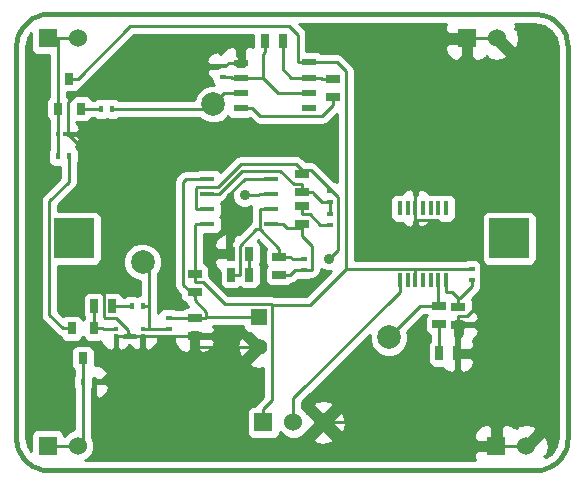
<source format=gtl>
G04 (created by PCBNEW-RS274X (2012-apr-16-27)-stable) date Sun 18 May 2014 21:07:07 BST*
G01*
G70*
G90*
%MOIN*%
G04 Gerber Fmt 3.4, Leading zero omitted, Abs format*
%FSLAX34Y34*%
G04 APERTURE LIST*
%ADD10C,0.006000*%
%ADD11C,0.015000*%
%ADD12R,0.027600X0.039400*%
%ADD13R,0.015700X0.047200*%
%ADD14R,0.047200X0.023600*%
%ADD15R,0.047200X0.015700*%
%ADD16R,0.060000X0.060000*%
%ADD17C,0.060000*%
%ADD18R,0.025000X0.045000*%
%ADD19R,0.045000X0.025000*%
%ADD20C,0.078700*%
%ADD21R,0.133900X0.133900*%
%ADD22R,0.023600X0.015700*%
%ADD23R,0.011800X0.015700*%
%ADD24R,0.015700X0.011800*%
%ADD25R,0.055000X0.055000*%
%ADD26C,0.055000*%
%ADD27R,0.015700X0.023600*%
%ADD28C,0.035000*%
%ADD29C,0.009800*%
%ADD30C,0.010000*%
G04 APERTURE END LIST*
G54D10*
G54D11*
X82168Y-42655D02*
X81900Y-42655D01*
X83261Y-28521D02*
X83261Y-28569D01*
X81887Y-27447D02*
X82174Y-27447D01*
X83264Y-28544D02*
X83264Y-41565D01*
X81890Y-27448D02*
X65975Y-27448D01*
X81890Y-42655D02*
X65975Y-42655D01*
X64882Y-41562D02*
X64882Y-28551D01*
X65964Y-27447D02*
X65870Y-27452D01*
X65776Y-27464D01*
X65684Y-27484D01*
X65594Y-27513D01*
X65507Y-27549D01*
X65423Y-27593D01*
X65343Y-27643D01*
X65268Y-27701D01*
X65199Y-27765D01*
X65135Y-27834D01*
X65077Y-27909D01*
X65027Y-27989D01*
X64983Y-28073D01*
X64947Y-28160D01*
X64918Y-28250D01*
X64898Y-28342D01*
X64886Y-28436D01*
X64881Y-28530D01*
X83262Y-28531D02*
X83257Y-28437D01*
X83245Y-28343D01*
X83225Y-28251D01*
X83196Y-28161D01*
X83160Y-28074D01*
X83116Y-27990D01*
X83066Y-27910D01*
X83008Y-27835D01*
X82944Y-27766D01*
X82875Y-27702D01*
X82800Y-27644D01*
X82720Y-27594D01*
X82636Y-27550D01*
X82549Y-27514D01*
X82459Y-27485D01*
X82367Y-27465D01*
X82273Y-27453D01*
X82179Y-27448D01*
X82181Y-42655D02*
X82275Y-42650D01*
X82369Y-42638D01*
X82461Y-42618D01*
X82551Y-42589D01*
X82638Y-42553D01*
X82722Y-42509D01*
X82802Y-42459D01*
X82877Y-42401D01*
X82946Y-42337D01*
X83010Y-42268D01*
X83068Y-42193D01*
X83118Y-42113D01*
X83162Y-42029D01*
X83198Y-41942D01*
X83227Y-41852D01*
X83247Y-41760D01*
X83259Y-41666D01*
X83264Y-41572D01*
X64882Y-41572D02*
X64887Y-41666D01*
X64899Y-41760D01*
X64919Y-41852D01*
X64948Y-41942D01*
X64984Y-42029D01*
X65028Y-42113D01*
X65078Y-42193D01*
X65136Y-42268D01*
X65200Y-42337D01*
X65269Y-42401D01*
X65344Y-42459D01*
X65424Y-42509D01*
X65508Y-42553D01*
X65595Y-42589D01*
X65685Y-42618D01*
X65777Y-42638D01*
X65871Y-42650D01*
X65965Y-42655D01*
G54D12*
X67106Y-38925D03*
X66731Y-37925D03*
X67481Y-37925D03*
X66654Y-29598D03*
X67029Y-30598D03*
X66279Y-30598D03*
G54D13*
X77676Y-36319D03*
X77932Y-36319D03*
X78188Y-36319D03*
X78443Y-36319D03*
X78700Y-36319D03*
X78956Y-36319D03*
X79212Y-36319D03*
X79212Y-33917D03*
X78956Y-33917D03*
X78700Y-33917D03*
X78444Y-33917D03*
X78188Y-33917D03*
X77932Y-33917D03*
X77676Y-33917D03*
G54D14*
X72362Y-29075D03*
X72362Y-29567D03*
X72362Y-30079D03*
X72362Y-30571D03*
X74646Y-30571D03*
X74646Y-30079D03*
X74646Y-29567D03*
X74646Y-29055D03*
G54D15*
X73385Y-34448D03*
X73385Y-33956D03*
X73385Y-33444D03*
X73385Y-32952D03*
X71259Y-32952D03*
X71259Y-33444D03*
X71259Y-33956D03*
X71259Y-34448D03*
G54D16*
X79912Y-28260D03*
G54D17*
X80912Y-28260D03*
G54D16*
X65932Y-28260D03*
G54D17*
X66932Y-28260D03*
G54D18*
X67476Y-37185D03*
X68076Y-37185D03*
X72654Y-35432D03*
X72054Y-35432D03*
G54D19*
X74409Y-34453D03*
X74409Y-33853D03*
G54D18*
X78991Y-38760D03*
X79591Y-38760D03*
X73765Y-28346D03*
X73165Y-28346D03*
G54D19*
X75453Y-29602D03*
X75453Y-30202D03*
X70827Y-36117D03*
X70827Y-36717D03*
X70827Y-37574D03*
X70827Y-38174D03*
G54D18*
X72054Y-36132D03*
X72654Y-36132D03*
G54D19*
X73642Y-35546D03*
X73642Y-36146D03*
X79625Y-37800D03*
X79625Y-37200D03*
X74409Y-33391D03*
X74409Y-32791D03*
X78976Y-37180D03*
X78976Y-37780D03*
G54D20*
X71437Y-30453D03*
X69094Y-35709D03*
X77303Y-38229D03*
G54D16*
X73122Y-41060D03*
G54D17*
X74122Y-41060D03*
X75122Y-41060D03*
G54D16*
X65932Y-41840D03*
G54D17*
X66932Y-41840D03*
G54D16*
X80892Y-41850D03*
G54D17*
X81892Y-41850D03*
G54D21*
X81312Y-34920D03*
X66812Y-34920D03*
G54D22*
X71772Y-29547D03*
X71772Y-29193D03*
G54D23*
X66280Y-31457D03*
X66516Y-31457D03*
G54D24*
X68209Y-37933D03*
X68209Y-38169D03*
G54D25*
X72972Y-37551D03*
G54D26*
X72972Y-38551D03*
G54D24*
X69094Y-37933D03*
X69094Y-38169D03*
G54D22*
X74469Y-35630D03*
X74469Y-35984D03*
X75335Y-33701D03*
X75335Y-33347D03*
G54D27*
X67717Y-30610D03*
X68071Y-30610D03*
X67106Y-39705D03*
X67460Y-39705D03*
X66280Y-32185D03*
X66634Y-32185D03*
X68740Y-37185D03*
X69094Y-37185D03*
G54D22*
X69980Y-37579D03*
X69980Y-37933D03*
X75335Y-34468D03*
X75335Y-34114D03*
X80079Y-35945D03*
X80079Y-36299D03*
G54D28*
X75298Y-35604D03*
X71403Y-35521D03*
X72506Y-33492D03*
G54D29*
X70827Y-34494D02*
X70873Y-34448D01*
X70827Y-36117D02*
X70827Y-34494D01*
X66654Y-29598D02*
X66942Y-29598D01*
X78188Y-36319D02*
X78188Y-35933D01*
X73404Y-37150D02*
X73377Y-37123D01*
X73377Y-37123D02*
X71833Y-37123D01*
X73122Y-40610D02*
X73404Y-40328D01*
X71102Y-36392D02*
X70827Y-36392D01*
X71833Y-37123D02*
X71102Y-36392D01*
X73404Y-40328D02*
X73404Y-37150D01*
X70827Y-36117D02*
X70827Y-36392D01*
X73122Y-41060D02*
X73122Y-40610D01*
X71259Y-34448D02*
X70873Y-34448D01*
X68678Y-27862D02*
X66942Y-29598D01*
X73990Y-27862D02*
X68678Y-27862D01*
X74260Y-28132D02*
X73990Y-27862D01*
X75881Y-35933D02*
X74664Y-37150D01*
X74664Y-37150D02*
X73404Y-37150D01*
X78188Y-35933D02*
X75881Y-35933D01*
X75881Y-35933D02*
X75881Y-29364D01*
X80079Y-35945D02*
X79811Y-35945D01*
X75572Y-29055D02*
X74646Y-29055D01*
X75881Y-29364D02*
X75572Y-29055D01*
X79811Y-35945D02*
X79799Y-35933D01*
X79799Y-35933D02*
X78188Y-35933D01*
X74646Y-29055D02*
X74260Y-29055D01*
X74260Y-29055D02*
X74260Y-28132D01*
X74122Y-40259D02*
X77676Y-36705D01*
X74122Y-41060D02*
X74122Y-40259D01*
X77676Y-36319D02*
X77676Y-36705D01*
X66280Y-32185D02*
X66280Y-31457D01*
X66280Y-30945D02*
X66279Y-30945D01*
X66280Y-31457D02*
X66280Y-30945D01*
X66279Y-30598D02*
X66279Y-30945D01*
X66279Y-30598D02*
X66279Y-30251D01*
X66279Y-28260D02*
X66279Y-30251D01*
X66932Y-28260D02*
X66279Y-28260D01*
X66279Y-28260D02*
X65932Y-28260D01*
X67106Y-38925D02*
X67106Y-39705D01*
X65932Y-41840D02*
X66382Y-41840D01*
X67106Y-41666D02*
X66932Y-41840D01*
X67106Y-39705D02*
X67106Y-41666D01*
X66932Y-41840D02*
X66382Y-41840D01*
X71280Y-30610D02*
X71437Y-30453D01*
X68071Y-30610D02*
X71280Y-30610D01*
X71811Y-30079D02*
X72362Y-30079D01*
X71437Y-30453D02*
X71811Y-30079D01*
X78352Y-37180D02*
X78956Y-37180D01*
X77303Y-38229D02*
X78352Y-37180D01*
X78956Y-37180D02*
X78976Y-37180D01*
X72362Y-32444D02*
X74200Y-32444D01*
X74699Y-32653D02*
X75335Y-33289D01*
X74409Y-32653D02*
X74699Y-32653D01*
X75604Y-35298D02*
X75298Y-35604D01*
X75604Y-33558D02*
X75604Y-35298D01*
X71598Y-33208D02*
X72362Y-32444D01*
X78956Y-37180D02*
X78956Y-36319D01*
X70873Y-33956D02*
X70873Y-33234D01*
X70873Y-33234D02*
X70899Y-33208D01*
X70899Y-33208D02*
X71598Y-33208D01*
X74200Y-32444D02*
X74409Y-32653D01*
X74409Y-32791D02*
X74409Y-32653D01*
X75335Y-33347D02*
X75335Y-33289D01*
X71259Y-33956D02*
X70873Y-33956D01*
X75335Y-33289D02*
X75604Y-33558D01*
X70447Y-38169D02*
X69094Y-38169D01*
X79591Y-38385D02*
X79625Y-38351D01*
X72362Y-29075D02*
X71976Y-29075D01*
X79591Y-38760D02*
X79591Y-41060D01*
X79591Y-38760D02*
X79591Y-38385D01*
X79625Y-38351D02*
X79625Y-37800D01*
X75122Y-41060D02*
X79591Y-41060D01*
X78188Y-33917D02*
X78188Y-33531D01*
X78188Y-33917D02*
X78188Y-34303D01*
X72054Y-35432D02*
X71917Y-35432D01*
X78188Y-33531D02*
X78188Y-30434D01*
X71690Y-35521D02*
X71779Y-35432D01*
X79591Y-41060D02*
X80381Y-41850D01*
X70452Y-38174D02*
X70447Y-38169D01*
X81892Y-41850D02*
X80892Y-41850D01*
X71917Y-35432D02*
X71779Y-35432D01*
X71858Y-29193D02*
X71976Y-29075D01*
X78188Y-30434D02*
X79912Y-28710D01*
X80912Y-28260D02*
X79912Y-28260D01*
X70827Y-38174D02*
X70452Y-38174D01*
X80381Y-41850D02*
X80892Y-41850D01*
X71772Y-29193D02*
X71858Y-29193D01*
X71403Y-35521D02*
X71690Y-35521D01*
X70929Y-38551D02*
X70827Y-38449D01*
X71917Y-35432D02*
X71917Y-33528D01*
X67800Y-37550D02*
X67800Y-32636D01*
X70827Y-38174D02*
X70827Y-38449D01*
X71917Y-33528D02*
X72493Y-32952D01*
X66516Y-31457D02*
X66621Y-31457D01*
X67814Y-29193D02*
X71772Y-29193D01*
X68604Y-38169D02*
X68209Y-38169D01*
X72972Y-38551D02*
X70929Y-38551D01*
X67460Y-39705D02*
X67689Y-39705D01*
X79625Y-37800D02*
X79625Y-37525D01*
X79912Y-28260D02*
X79912Y-28710D01*
X80361Y-35743D02*
X78921Y-34303D01*
X68203Y-37577D02*
X67827Y-37577D01*
X69094Y-38169D02*
X68604Y-38169D01*
X78921Y-34303D02*
X78188Y-34303D01*
X67800Y-32636D02*
X66621Y-31457D01*
X68209Y-38169D02*
X68209Y-39185D01*
X67827Y-37577D02*
X67800Y-37550D01*
X79900Y-37525D02*
X80361Y-37064D01*
X68604Y-37978D02*
X68203Y-37577D01*
X66621Y-31457D02*
X66621Y-30386D01*
X68604Y-38169D02*
X68604Y-37978D01*
X79625Y-37525D02*
X79900Y-37525D01*
X66621Y-30386D02*
X67814Y-29193D01*
X68209Y-39185D02*
X67689Y-39705D01*
X80361Y-37064D02*
X80361Y-35743D01*
X72493Y-32952D02*
X73385Y-32952D01*
X73165Y-28721D02*
X73107Y-28779D01*
X71772Y-29547D02*
X72040Y-29547D01*
X72040Y-29547D02*
X72060Y-29567D01*
X72060Y-29567D02*
X72362Y-29567D01*
X73107Y-28779D02*
X73107Y-29567D01*
X73165Y-28346D02*
X73165Y-28721D01*
X72362Y-29567D02*
X73107Y-29567D01*
X73619Y-30079D02*
X74646Y-30079D01*
X73107Y-29567D02*
X73619Y-30079D01*
X75067Y-29602D02*
X75032Y-29567D01*
X75453Y-29602D02*
X75067Y-29602D01*
X74646Y-29567D02*
X75032Y-29567D01*
X74055Y-29567D02*
X74646Y-29567D01*
X73765Y-29277D02*
X74055Y-29567D01*
X73765Y-28721D02*
X73765Y-29277D01*
X73765Y-28346D02*
X73765Y-28721D01*
X73016Y-30839D02*
X72748Y-30571D01*
X75091Y-30839D02*
X73016Y-30839D01*
X75453Y-30477D02*
X75091Y-30839D01*
X75453Y-30202D02*
X75453Y-30477D01*
X72362Y-30571D02*
X72748Y-30571D01*
X78976Y-38370D02*
X78991Y-38385D01*
X78976Y-37780D02*
X78976Y-38370D01*
X78991Y-38760D02*
X78991Y-38385D01*
X79682Y-36925D02*
X79625Y-36925D01*
X80079Y-36528D02*
X79682Y-36925D01*
X80079Y-36299D02*
X80079Y-36528D01*
X79625Y-37200D02*
X79625Y-36965D01*
X79625Y-36965D02*
X79625Y-36925D01*
X79405Y-36705D02*
X79212Y-36705D01*
X79625Y-36925D02*
X79405Y-36705D01*
X79212Y-36319D02*
X79212Y-36705D01*
X74409Y-33391D02*
X74409Y-33116D01*
X72420Y-32669D02*
X71645Y-33444D01*
X74409Y-33116D02*
X74134Y-33116D01*
X71259Y-33444D02*
X71645Y-33444D01*
X75067Y-33701D02*
X74784Y-33418D01*
X73687Y-32669D02*
X72420Y-32669D01*
X75335Y-34114D02*
X75335Y-33701D01*
X74784Y-33418D02*
X74784Y-33391D01*
X74409Y-33391D02*
X74784Y-33391D01*
X74134Y-33116D02*
X73687Y-32669D01*
X75335Y-33701D02*
X75067Y-33701D01*
X68740Y-37185D02*
X68076Y-37185D01*
X67777Y-37933D02*
X67769Y-37925D01*
X68209Y-37933D02*
X67777Y-37933D01*
X67481Y-37925D02*
X67769Y-37925D01*
X67476Y-37573D02*
X67481Y-37578D01*
X67476Y-37185D02*
X67476Y-37573D01*
X67481Y-37925D02*
X67481Y-37578D01*
X73642Y-35546D02*
X73642Y-35271D01*
X73385Y-33956D02*
X72999Y-33956D01*
X72883Y-34628D02*
X72999Y-34628D01*
X72329Y-36132D02*
X72329Y-35182D01*
X72329Y-35182D02*
X72883Y-34628D01*
X73642Y-35271D02*
X72999Y-34628D01*
X72054Y-36132D02*
X72329Y-36132D01*
X72999Y-34628D02*
X72999Y-33956D01*
X74101Y-35630D02*
X74017Y-35546D01*
X73642Y-35546D02*
X74017Y-35546D01*
X74469Y-35630D02*
X74101Y-35630D01*
X74684Y-34128D02*
X74409Y-34128D01*
X75024Y-34468D02*
X74684Y-34128D01*
X75335Y-34468D02*
X75024Y-34468D01*
X74409Y-33853D02*
X74409Y-34128D01*
X65992Y-33688D02*
X65992Y-37474D01*
X66634Y-33046D02*
X65992Y-33688D01*
X66731Y-37925D02*
X66443Y-37925D01*
X65992Y-37474D02*
X66443Y-37925D01*
X66634Y-32185D02*
X66634Y-33046D01*
X67329Y-30610D02*
X67317Y-30598D01*
X67717Y-30610D02*
X67329Y-30610D01*
X67029Y-30598D02*
X67317Y-30598D01*
X72654Y-36132D02*
X72654Y-35432D01*
X70827Y-36854D02*
X70827Y-36992D01*
X70447Y-37579D02*
X70452Y-37574D01*
X70827Y-36717D02*
X70827Y-36854D01*
X70827Y-37574D02*
X70452Y-37574D01*
X69980Y-37579D02*
X70447Y-37579D01*
X70827Y-37574D02*
X71202Y-37574D01*
X70531Y-32952D02*
X71259Y-32952D01*
X70448Y-33035D02*
X70531Y-32952D01*
X72972Y-37551D02*
X71225Y-37551D01*
X71225Y-37551D02*
X71225Y-37390D01*
X71225Y-37390D02*
X70827Y-36992D01*
X70827Y-36854D02*
X70448Y-36475D01*
X70448Y-36475D02*
X70448Y-33035D01*
X71225Y-37551D02*
X71202Y-37574D01*
X69094Y-37933D02*
X69323Y-37933D01*
X69094Y-37185D02*
X69323Y-37185D01*
X69323Y-37933D02*
X69980Y-37933D01*
X69323Y-37933D02*
X69323Y-37185D01*
X69323Y-35938D02*
X69094Y-35709D01*
X69323Y-37185D02*
X69323Y-35938D01*
X73385Y-33444D02*
X72999Y-33444D01*
X72952Y-33491D02*
X72506Y-33491D01*
X72506Y-33491D02*
X72506Y-33492D01*
X72999Y-33444D02*
X72952Y-33491D01*
X73642Y-36146D02*
X74017Y-36146D01*
X74179Y-35984D02*
X74469Y-35984D01*
X74017Y-36146D02*
X74179Y-35984D01*
X74469Y-35984D02*
X74737Y-35984D01*
X74409Y-34453D02*
X74409Y-34590D01*
X74409Y-34590D02*
X74409Y-34728D01*
X73913Y-34590D02*
X73771Y-34448D01*
X74409Y-34590D02*
X73913Y-34590D01*
X73385Y-34448D02*
X73771Y-34448D01*
X74737Y-35178D02*
X74737Y-35984D01*
X74409Y-34850D02*
X74737Y-35178D01*
X74409Y-34728D02*
X74409Y-34850D01*
G54D10*
G36*
X68870Y-38198D02*
X68683Y-38198D01*
X68651Y-38229D01*
X68620Y-38198D01*
X68433Y-38198D01*
X68491Y-38140D01*
X68620Y-38140D01*
X68651Y-38108D01*
X68683Y-38140D01*
X68812Y-38140D01*
X68870Y-38198D01*
X68870Y-38198D01*
G37*
G54D30*
X68870Y-38198D02*
X68683Y-38198D01*
X68651Y-38229D01*
X68620Y-38198D01*
X68433Y-38198D01*
X68491Y-38140D01*
X68620Y-38140D01*
X68651Y-38108D01*
X68683Y-38140D01*
X68812Y-38140D01*
X68870Y-38198D01*
G54D10*
G36*
X72791Y-28557D02*
X72686Y-28514D01*
X72590Y-28514D01*
X72480Y-28624D01*
X72480Y-29016D01*
X72509Y-29016D01*
X72509Y-29134D01*
X72480Y-29134D01*
X72480Y-29193D01*
X72244Y-29193D01*
X72244Y-29134D01*
X72243Y-29134D01*
X72334Y-29043D01*
X72333Y-29027D01*
X72266Y-28864D01*
X72244Y-28842D01*
X72244Y-28624D01*
X72134Y-28514D01*
X72038Y-28514D01*
X71875Y-28582D01*
X71750Y-28706D01*
X71713Y-28796D01*
X71713Y-28782D01*
X71603Y-28672D01*
X71566Y-28672D01*
X71403Y-28740D01*
X71278Y-28864D01*
X71211Y-29027D01*
X71210Y-29043D01*
X71321Y-29154D01*
X71682Y-29154D01*
X71682Y-29220D01*
X71605Y-29220D01*
X71575Y-29232D01*
X71321Y-29232D01*
X71210Y-29343D01*
X71211Y-29359D01*
X71278Y-29522D01*
X71403Y-29646D01*
X71405Y-29646D01*
X71405Y-29674D01*
X71443Y-29766D01*
X71487Y-29810D01*
X71310Y-29810D01*
X71074Y-29908D01*
X70893Y-30088D01*
X70799Y-30311D01*
X68320Y-30311D01*
X68290Y-30281D01*
X68199Y-30243D01*
X68100Y-30243D01*
X67944Y-30243D01*
X67894Y-30263D01*
X67845Y-30243D01*
X67746Y-30243D01*
X67590Y-30243D01*
X67498Y-30281D01*
X67468Y-30311D01*
X67399Y-30311D01*
X67378Y-30260D01*
X67308Y-30190D01*
X67217Y-30152D01*
X67118Y-30152D01*
X66842Y-30152D01*
X66750Y-30190D01*
X66680Y-30260D01*
X66653Y-30322D01*
X66628Y-30260D01*
X66578Y-30210D01*
X66578Y-30044D01*
X66841Y-30044D01*
X66933Y-30006D01*
X67003Y-29936D01*
X67026Y-29879D01*
X67037Y-29877D01*
X67056Y-29874D01*
X67057Y-29874D01*
X67153Y-29809D01*
X68801Y-28161D01*
X72791Y-28161D01*
X72791Y-28170D01*
X72791Y-28557D01*
X72791Y-28557D01*
G37*
G54D30*
X72791Y-28557D02*
X72686Y-28514D01*
X72590Y-28514D01*
X72480Y-28624D01*
X72480Y-29016D01*
X72509Y-29016D01*
X72509Y-29134D01*
X72480Y-29134D01*
X72480Y-29193D01*
X72244Y-29193D01*
X72244Y-29134D01*
X72243Y-29134D01*
X72334Y-29043D01*
X72333Y-29027D01*
X72266Y-28864D01*
X72244Y-28842D01*
X72244Y-28624D01*
X72134Y-28514D01*
X72038Y-28514D01*
X71875Y-28582D01*
X71750Y-28706D01*
X71713Y-28796D01*
X71713Y-28782D01*
X71603Y-28672D01*
X71566Y-28672D01*
X71403Y-28740D01*
X71278Y-28864D01*
X71211Y-29027D01*
X71210Y-29043D01*
X71321Y-29154D01*
X71682Y-29154D01*
X71682Y-29220D01*
X71605Y-29220D01*
X71575Y-29232D01*
X71321Y-29232D01*
X71210Y-29343D01*
X71211Y-29359D01*
X71278Y-29522D01*
X71403Y-29646D01*
X71405Y-29646D01*
X71405Y-29674D01*
X71443Y-29766D01*
X71487Y-29810D01*
X71310Y-29810D01*
X71074Y-29908D01*
X70893Y-30088D01*
X70799Y-30311D01*
X68320Y-30311D01*
X68290Y-30281D01*
X68199Y-30243D01*
X68100Y-30243D01*
X67944Y-30243D01*
X67894Y-30263D01*
X67845Y-30243D01*
X67746Y-30243D01*
X67590Y-30243D01*
X67498Y-30281D01*
X67468Y-30311D01*
X67399Y-30311D01*
X67378Y-30260D01*
X67308Y-30190D01*
X67217Y-30152D01*
X67118Y-30152D01*
X66842Y-30152D01*
X66750Y-30190D01*
X66680Y-30260D01*
X66653Y-30322D01*
X66628Y-30260D01*
X66578Y-30210D01*
X66578Y-30044D01*
X66841Y-30044D01*
X66933Y-30006D01*
X67003Y-29936D01*
X67026Y-29879D01*
X67037Y-29877D01*
X67056Y-29874D01*
X67057Y-29874D01*
X67153Y-29809D01*
X68801Y-28161D01*
X72791Y-28161D01*
X72791Y-28170D01*
X72791Y-28557D01*
G54D10*
G36*
X75363Y-36029D02*
X74541Y-36851D01*
X73497Y-36851D01*
X73492Y-36847D01*
X73472Y-36843D01*
X73377Y-36824D01*
X71956Y-36824D01*
X71313Y-36181D01*
X71301Y-36172D01*
X71301Y-35943D01*
X71263Y-35851D01*
X71193Y-35781D01*
X71126Y-35753D01*
X71126Y-34775D01*
X71544Y-34775D01*
X71636Y-34737D01*
X71706Y-34667D01*
X71744Y-34576D01*
X71744Y-34477D01*
X71744Y-34321D01*
X71706Y-34229D01*
X71679Y-34202D01*
X71706Y-34175D01*
X71744Y-34084D01*
X71744Y-33985D01*
X71744Y-33829D01*
X71706Y-33737D01*
X71700Y-33731D01*
X71740Y-33723D01*
X71759Y-33720D01*
X71760Y-33720D01*
X71856Y-33655D01*
X72081Y-33430D01*
X72081Y-33576D01*
X72145Y-33732D01*
X72265Y-33852D01*
X72421Y-33917D01*
X72590Y-33917D01*
X72718Y-33864D01*
X72700Y-33956D01*
X72700Y-34397D01*
X72671Y-34417D01*
X72307Y-34780D01*
X72267Y-34764D01*
X72227Y-34763D01*
X72116Y-34874D01*
X72116Y-34973D01*
X72053Y-35067D01*
X72049Y-35086D01*
X72030Y-35182D01*
X72030Y-35579D01*
X71992Y-35579D01*
X71992Y-35544D01*
X71992Y-35320D01*
X71992Y-34874D01*
X71881Y-34763D01*
X71841Y-34764D01*
X71678Y-34831D01*
X71554Y-34956D01*
X71486Y-35119D01*
X71486Y-35210D01*
X71596Y-35320D01*
X71992Y-35320D01*
X71992Y-35544D01*
X71596Y-35544D01*
X71486Y-35654D01*
X71486Y-35745D01*
X71554Y-35908D01*
X71678Y-36033D01*
X71680Y-36033D01*
X71680Y-36406D01*
X71718Y-36498D01*
X71788Y-36568D01*
X71879Y-36606D01*
X71978Y-36606D01*
X72228Y-36606D01*
X72320Y-36568D01*
X72354Y-36534D01*
X72388Y-36568D01*
X72479Y-36606D01*
X72578Y-36606D01*
X72828Y-36606D01*
X72920Y-36568D01*
X72990Y-36498D01*
X73028Y-36407D01*
X73028Y-36308D01*
X73028Y-35858D01*
X72996Y-35782D01*
X73028Y-35707D01*
X73028Y-35608D01*
X73028Y-35158D01*
X72990Y-35066D01*
X72928Y-35004D01*
X72941Y-34992D01*
X73217Y-35268D01*
X73206Y-35280D01*
X73168Y-35371D01*
X73168Y-35470D01*
X73168Y-35720D01*
X73206Y-35812D01*
X73240Y-35846D01*
X73206Y-35880D01*
X73168Y-35971D01*
X73168Y-36070D01*
X73168Y-36320D01*
X73206Y-36412D01*
X73276Y-36482D01*
X73367Y-36520D01*
X73466Y-36520D01*
X73916Y-36520D01*
X74008Y-36482D01*
X74052Y-36437D01*
X74112Y-36425D01*
X74131Y-36422D01*
X74132Y-36422D01*
X74228Y-36357D01*
X74281Y-36303D01*
X74301Y-36311D01*
X74400Y-36311D01*
X74636Y-36311D01*
X74703Y-36283D01*
X74737Y-36283D01*
X74851Y-36260D01*
X74948Y-36195D01*
X75013Y-36098D01*
X75036Y-35984D01*
X75036Y-35943D01*
X75057Y-35964D01*
X75213Y-36029D01*
X75363Y-36029D01*
X75363Y-36029D01*
G37*
G54D30*
X75363Y-36029D02*
X74541Y-36851D01*
X73497Y-36851D01*
X73492Y-36847D01*
X73472Y-36843D01*
X73377Y-36824D01*
X71956Y-36824D01*
X71313Y-36181D01*
X71301Y-36172D01*
X71301Y-35943D01*
X71263Y-35851D01*
X71193Y-35781D01*
X71126Y-35753D01*
X71126Y-34775D01*
X71544Y-34775D01*
X71636Y-34737D01*
X71706Y-34667D01*
X71744Y-34576D01*
X71744Y-34477D01*
X71744Y-34321D01*
X71706Y-34229D01*
X71679Y-34202D01*
X71706Y-34175D01*
X71744Y-34084D01*
X71744Y-33985D01*
X71744Y-33829D01*
X71706Y-33737D01*
X71700Y-33731D01*
X71740Y-33723D01*
X71759Y-33720D01*
X71760Y-33720D01*
X71856Y-33655D01*
X72081Y-33430D01*
X72081Y-33576D01*
X72145Y-33732D01*
X72265Y-33852D01*
X72421Y-33917D01*
X72590Y-33917D01*
X72718Y-33864D01*
X72700Y-33956D01*
X72700Y-34397D01*
X72671Y-34417D01*
X72307Y-34780D01*
X72267Y-34764D01*
X72227Y-34763D01*
X72116Y-34874D01*
X72116Y-34973D01*
X72053Y-35067D01*
X72049Y-35086D01*
X72030Y-35182D01*
X72030Y-35579D01*
X71992Y-35579D01*
X71992Y-35544D01*
X71992Y-35320D01*
X71992Y-34874D01*
X71881Y-34763D01*
X71841Y-34764D01*
X71678Y-34831D01*
X71554Y-34956D01*
X71486Y-35119D01*
X71486Y-35210D01*
X71596Y-35320D01*
X71992Y-35320D01*
X71992Y-35544D01*
X71596Y-35544D01*
X71486Y-35654D01*
X71486Y-35745D01*
X71554Y-35908D01*
X71678Y-36033D01*
X71680Y-36033D01*
X71680Y-36406D01*
X71718Y-36498D01*
X71788Y-36568D01*
X71879Y-36606D01*
X71978Y-36606D01*
X72228Y-36606D01*
X72320Y-36568D01*
X72354Y-36534D01*
X72388Y-36568D01*
X72479Y-36606D01*
X72578Y-36606D01*
X72828Y-36606D01*
X72920Y-36568D01*
X72990Y-36498D01*
X73028Y-36407D01*
X73028Y-36308D01*
X73028Y-35858D01*
X72996Y-35782D01*
X73028Y-35707D01*
X73028Y-35608D01*
X73028Y-35158D01*
X72990Y-35066D01*
X72928Y-35004D01*
X72941Y-34992D01*
X73217Y-35268D01*
X73206Y-35280D01*
X73168Y-35371D01*
X73168Y-35470D01*
X73168Y-35720D01*
X73206Y-35812D01*
X73240Y-35846D01*
X73206Y-35880D01*
X73168Y-35971D01*
X73168Y-36070D01*
X73168Y-36320D01*
X73206Y-36412D01*
X73276Y-36482D01*
X73367Y-36520D01*
X73466Y-36520D01*
X73916Y-36520D01*
X74008Y-36482D01*
X74052Y-36437D01*
X74112Y-36425D01*
X74131Y-36422D01*
X74132Y-36422D01*
X74228Y-36357D01*
X74281Y-36303D01*
X74301Y-36311D01*
X74400Y-36311D01*
X74636Y-36311D01*
X74703Y-36283D01*
X74737Y-36283D01*
X74851Y-36260D01*
X74948Y-36195D01*
X75013Y-36098D01*
X75036Y-35984D01*
X75036Y-35943D01*
X75057Y-35964D01*
X75213Y-36029D01*
X75363Y-36029D01*
G54D10*
G36*
X75582Y-33052D02*
X75503Y-33020D01*
X75488Y-33020D01*
X74910Y-32442D01*
X74814Y-32377D01*
X74794Y-32373D01*
X74699Y-32354D01*
X74532Y-32354D01*
X74411Y-32233D01*
X74315Y-32168D01*
X74295Y-32164D01*
X74200Y-32145D01*
X72362Y-32145D01*
X72248Y-32168D01*
X72215Y-32190D01*
X72150Y-32233D01*
X71678Y-32705D01*
X71636Y-32663D01*
X71545Y-32625D01*
X71446Y-32625D01*
X70974Y-32625D01*
X70906Y-32653D01*
X70531Y-32653D01*
X70435Y-32672D01*
X70416Y-32676D01*
X70319Y-32741D01*
X70237Y-32824D01*
X70172Y-32920D01*
X70168Y-32939D01*
X70149Y-33035D01*
X70149Y-36475D01*
X70168Y-36570D01*
X70172Y-36590D01*
X70237Y-36686D01*
X70353Y-36802D01*
X70353Y-36891D01*
X70391Y-36983D01*
X70461Y-37053D01*
X70547Y-37089D01*
X70551Y-37107D01*
X70613Y-37200D01*
X70553Y-37200D01*
X70461Y-37238D01*
X70419Y-37280D01*
X70215Y-37280D01*
X70148Y-37252D01*
X70049Y-37252D01*
X69813Y-37252D01*
X69721Y-37290D01*
X69651Y-37360D01*
X69622Y-37429D01*
X69622Y-37185D01*
X69622Y-36089D01*
X69638Y-36074D01*
X69737Y-35838D01*
X69737Y-35582D01*
X69639Y-35346D01*
X69459Y-35165D01*
X69223Y-35066D01*
X68967Y-35066D01*
X68731Y-35164D01*
X68550Y-35344D01*
X68451Y-35580D01*
X68451Y-35836D01*
X68549Y-36072D01*
X68729Y-36253D01*
X68965Y-36352D01*
X69024Y-36352D01*
X69024Y-36818D01*
X68967Y-36818D01*
X68917Y-36838D01*
X68868Y-36818D01*
X68769Y-36818D01*
X68613Y-36818D01*
X68521Y-36856D01*
X68491Y-36886D01*
X68439Y-36886D01*
X68412Y-36819D01*
X68342Y-36749D01*
X68251Y-36711D01*
X68152Y-36711D01*
X67902Y-36711D01*
X67810Y-36749D01*
X67776Y-36783D01*
X67742Y-36749D01*
X67651Y-36711D01*
X67552Y-36711D01*
X67302Y-36711D01*
X67210Y-36749D01*
X67140Y-36819D01*
X67102Y-36910D01*
X67102Y-37009D01*
X67102Y-37459D01*
X67140Y-37551D01*
X67154Y-37565D01*
X67132Y-37587D01*
X67105Y-37649D01*
X67080Y-37587D01*
X67010Y-37517D01*
X66919Y-37479D01*
X66820Y-37479D01*
X66544Y-37479D01*
X66455Y-37515D01*
X66291Y-37350D01*
X66291Y-35838D01*
X67530Y-35838D01*
X67622Y-35800D01*
X67692Y-35730D01*
X67730Y-35639D01*
X67730Y-35540D01*
X67730Y-34202D01*
X67692Y-34110D01*
X67622Y-34040D01*
X67531Y-34002D01*
X67432Y-34002D01*
X66291Y-34002D01*
X66291Y-33811D01*
X66845Y-33258D01*
X66845Y-33257D01*
X66887Y-33193D01*
X66909Y-33161D01*
X66910Y-33160D01*
X66932Y-33047D01*
X66933Y-33046D01*
X66933Y-32420D01*
X66961Y-32353D01*
X66961Y-32254D01*
X66961Y-32018D01*
X66923Y-31926D01*
X66866Y-31869D01*
X66950Y-31786D01*
X67018Y-31623D01*
X67018Y-31606D01*
X66908Y-31496D01*
X66588Y-31496D01*
X66588Y-31486D01*
X66588Y-31418D01*
X66908Y-31418D01*
X67018Y-31308D01*
X67018Y-31291D01*
X66950Y-31128D01*
X66866Y-31044D01*
X66940Y-31044D01*
X67216Y-31044D01*
X67308Y-31006D01*
X67378Y-30936D01*
X67389Y-30909D01*
X67468Y-30909D01*
X67498Y-30939D01*
X67589Y-30977D01*
X67688Y-30977D01*
X67844Y-30977D01*
X67893Y-30956D01*
X67943Y-30977D01*
X68042Y-30977D01*
X68198Y-30977D01*
X68290Y-30939D01*
X68320Y-30909D01*
X70984Y-30909D01*
X71072Y-30997D01*
X71308Y-31096D01*
X71564Y-31096D01*
X71800Y-30998D01*
X71941Y-30856D01*
X71985Y-30900D01*
X72076Y-30938D01*
X72175Y-30938D01*
X72647Y-30938D01*
X72679Y-30924D01*
X72805Y-31050D01*
X72901Y-31115D01*
X72902Y-31115D01*
X72920Y-31118D01*
X73016Y-31138D01*
X75091Y-31138D01*
X75091Y-31137D01*
X75186Y-31118D01*
X75205Y-31115D01*
X75206Y-31115D01*
X75302Y-31050D01*
X75582Y-30770D01*
X75582Y-33052D01*
X75582Y-33052D01*
G37*
G54D30*
X75582Y-33052D02*
X75503Y-33020D01*
X75488Y-33020D01*
X74910Y-32442D01*
X74814Y-32377D01*
X74794Y-32373D01*
X74699Y-32354D01*
X74532Y-32354D01*
X74411Y-32233D01*
X74315Y-32168D01*
X74295Y-32164D01*
X74200Y-32145D01*
X72362Y-32145D01*
X72248Y-32168D01*
X72215Y-32190D01*
X72150Y-32233D01*
X71678Y-32705D01*
X71636Y-32663D01*
X71545Y-32625D01*
X71446Y-32625D01*
X70974Y-32625D01*
X70906Y-32653D01*
X70531Y-32653D01*
X70435Y-32672D01*
X70416Y-32676D01*
X70319Y-32741D01*
X70237Y-32824D01*
X70172Y-32920D01*
X70168Y-32939D01*
X70149Y-33035D01*
X70149Y-36475D01*
X70168Y-36570D01*
X70172Y-36590D01*
X70237Y-36686D01*
X70353Y-36802D01*
X70353Y-36891D01*
X70391Y-36983D01*
X70461Y-37053D01*
X70547Y-37089D01*
X70551Y-37107D01*
X70613Y-37200D01*
X70553Y-37200D01*
X70461Y-37238D01*
X70419Y-37280D01*
X70215Y-37280D01*
X70148Y-37252D01*
X70049Y-37252D01*
X69813Y-37252D01*
X69721Y-37290D01*
X69651Y-37360D01*
X69622Y-37429D01*
X69622Y-37185D01*
X69622Y-36089D01*
X69638Y-36074D01*
X69737Y-35838D01*
X69737Y-35582D01*
X69639Y-35346D01*
X69459Y-35165D01*
X69223Y-35066D01*
X68967Y-35066D01*
X68731Y-35164D01*
X68550Y-35344D01*
X68451Y-35580D01*
X68451Y-35836D01*
X68549Y-36072D01*
X68729Y-36253D01*
X68965Y-36352D01*
X69024Y-36352D01*
X69024Y-36818D01*
X68967Y-36818D01*
X68917Y-36838D01*
X68868Y-36818D01*
X68769Y-36818D01*
X68613Y-36818D01*
X68521Y-36856D01*
X68491Y-36886D01*
X68439Y-36886D01*
X68412Y-36819D01*
X68342Y-36749D01*
X68251Y-36711D01*
X68152Y-36711D01*
X67902Y-36711D01*
X67810Y-36749D01*
X67776Y-36783D01*
X67742Y-36749D01*
X67651Y-36711D01*
X67552Y-36711D01*
X67302Y-36711D01*
X67210Y-36749D01*
X67140Y-36819D01*
X67102Y-36910D01*
X67102Y-37009D01*
X67102Y-37459D01*
X67140Y-37551D01*
X67154Y-37565D01*
X67132Y-37587D01*
X67105Y-37649D01*
X67080Y-37587D01*
X67010Y-37517D01*
X66919Y-37479D01*
X66820Y-37479D01*
X66544Y-37479D01*
X66455Y-37515D01*
X66291Y-37350D01*
X66291Y-35838D01*
X67530Y-35838D01*
X67622Y-35800D01*
X67692Y-35730D01*
X67730Y-35639D01*
X67730Y-35540D01*
X67730Y-34202D01*
X67692Y-34110D01*
X67622Y-34040D01*
X67531Y-34002D01*
X67432Y-34002D01*
X66291Y-34002D01*
X66291Y-33811D01*
X66845Y-33258D01*
X66845Y-33257D01*
X66887Y-33193D01*
X66909Y-33161D01*
X66910Y-33160D01*
X66932Y-33047D01*
X66933Y-33046D01*
X66933Y-32420D01*
X66961Y-32353D01*
X66961Y-32254D01*
X66961Y-32018D01*
X66923Y-31926D01*
X66866Y-31869D01*
X66950Y-31786D01*
X67018Y-31623D01*
X67018Y-31606D01*
X66908Y-31496D01*
X66588Y-31496D01*
X66588Y-31486D01*
X66588Y-31418D01*
X66908Y-31418D01*
X67018Y-31308D01*
X67018Y-31291D01*
X66950Y-31128D01*
X66866Y-31044D01*
X66940Y-31044D01*
X67216Y-31044D01*
X67308Y-31006D01*
X67378Y-30936D01*
X67389Y-30909D01*
X67468Y-30909D01*
X67498Y-30939D01*
X67589Y-30977D01*
X67688Y-30977D01*
X67844Y-30977D01*
X67893Y-30956D01*
X67943Y-30977D01*
X68042Y-30977D01*
X68198Y-30977D01*
X68290Y-30939D01*
X68320Y-30909D01*
X70984Y-30909D01*
X71072Y-30997D01*
X71308Y-31096D01*
X71564Y-31096D01*
X71800Y-30998D01*
X71941Y-30856D01*
X71985Y-30900D01*
X72076Y-30938D01*
X72175Y-30938D01*
X72647Y-30938D01*
X72679Y-30924D01*
X72805Y-31050D01*
X72901Y-31115D01*
X72902Y-31115D01*
X72920Y-31118D01*
X73016Y-31138D01*
X75091Y-31138D01*
X75091Y-31137D01*
X75186Y-31118D01*
X75205Y-31115D01*
X75206Y-31115D01*
X75302Y-31050D01*
X75582Y-30770D01*
X75582Y-33052D01*
G54D10*
G36*
X82939Y-41539D02*
X82875Y-41859D01*
X82712Y-42104D01*
X82635Y-42155D01*
X82539Y-42218D01*
X82492Y-42171D01*
X82568Y-42160D01*
X82635Y-41878D01*
X82589Y-41591D01*
X82568Y-41540D01*
X82431Y-41519D01*
X82230Y-41720D01*
X82230Y-35639D01*
X82230Y-35540D01*
X82230Y-34202D01*
X82192Y-34110D01*
X82122Y-34040D01*
X82031Y-34002D01*
X81932Y-34002D01*
X81655Y-34002D01*
X80594Y-34002D01*
X80502Y-34040D01*
X80432Y-34110D01*
X80394Y-34201D01*
X80394Y-34300D01*
X80394Y-35638D01*
X80432Y-35730D01*
X80502Y-35800D01*
X80593Y-35838D01*
X80692Y-35838D01*
X82030Y-35838D01*
X82122Y-35800D01*
X82192Y-35730D01*
X82230Y-35639D01*
X82230Y-41720D01*
X82135Y-41815D01*
X82100Y-41850D01*
X81892Y-42058D01*
X81684Y-41850D01*
X81892Y-41642D01*
X81927Y-41607D01*
X82223Y-41311D01*
X82202Y-41174D01*
X81920Y-41107D01*
X81633Y-41153D01*
X81582Y-41174D01*
X81570Y-41249D01*
X81496Y-41175D01*
X81469Y-41201D01*
X81443Y-41174D01*
X81280Y-41107D01*
X81150Y-41106D01*
X81039Y-41217D01*
X81039Y-41653D01*
X81039Y-41703D01*
X81039Y-41997D01*
X80745Y-41997D01*
X80745Y-41703D01*
X80745Y-41217D01*
X80634Y-41106D01*
X80504Y-41107D01*
X80341Y-41174D01*
X80294Y-41221D01*
X80294Y-37973D01*
X80183Y-37862D01*
X79737Y-37862D01*
X79737Y-38118D01*
X79653Y-38202D01*
X79653Y-38648D01*
X80049Y-38648D01*
X80159Y-38538D01*
X80159Y-38447D01*
X80098Y-38301D01*
X80101Y-38300D01*
X80226Y-38176D01*
X80293Y-38013D01*
X80294Y-37973D01*
X80294Y-41221D01*
X80217Y-41299D01*
X80159Y-41438D01*
X80159Y-39073D01*
X80159Y-38982D01*
X80049Y-38872D01*
X79653Y-38872D01*
X79653Y-39318D01*
X79764Y-39429D01*
X79804Y-39428D01*
X79967Y-39361D01*
X80091Y-39236D01*
X80159Y-39073D01*
X80159Y-41438D01*
X80149Y-41462D01*
X80149Y-41593D01*
X80259Y-41703D01*
X80745Y-41703D01*
X80745Y-41997D01*
X80695Y-41997D01*
X80259Y-41997D01*
X80149Y-42107D01*
X80149Y-42238D01*
X80187Y-42330D01*
X75865Y-42330D01*
X75865Y-41088D01*
X75819Y-40801D01*
X75798Y-40750D01*
X75661Y-40729D01*
X75453Y-40937D01*
X75453Y-40521D01*
X75432Y-40384D01*
X75150Y-40317D01*
X74863Y-40363D01*
X74812Y-40384D01*
X74791Y-40521D01*
X75122Y-40852D01*
X75453Y-40521D01*
X75453Y-40937D01*
X75330Y-41060D01*
X75661Y-41391D01*
X75798Y-41370D01*
X75865Y-41088D01*
X75865Y-42330D01*
X75453Y-42330D01*
X75453Y-41599D01*
X75122Y-41268D01*
X74791Y-41599D01*
X74812Y-41736D01*
X75094Y-41803D01*
X75381Y-41757D01*
X75432Y-41736D01*
X75453Y-41599D01*
X75453Y-42330D01*
X71496Y-42330D01*
X71496Y-38347D01*
X71385Y-38236D01*
X70939Y-38236D01*
X70939Y-38632D01*
X71049Y-38742D01*
X71140Y-38742D01*
X71303Y-38674D01*
X71428Y-38550D01*
X71495Y-38387D01*
X71496Y-38347D01*
X71496Y-42330D01*
X70715Y-42330D01*
X67981Y-42330D01*
X67981Y-39911D01*
X67981Y-39874D01*
X67871Y-39764D01*
X67499Y-39764D01*
X67499Y-40156D01*
X67610Y-40267D01*
X67626Y-40266D01*
X67789Y-40199D01*
X67913Y-40074D01*
X67981Y-39911D01*
X67981Y-42330D01*
X67182Y-42330D01*
X67243Y-42305D01*
X67397Y-42151D01*
X67481Y-41949D01*
X67481Y-41731D01*
X67405Y-41548D01*
X67405Y-40172D01*
X67421Y-40156D01*
X67421Y-39901D01*
X67433Y-39873D01*
X67433Y-39774D01*
X67433Y-39587D01*
X67499Y-39587D01*
X67499Y-39646D01*
X67871Y-39646D01*
X67981Y-39536D01*
X67981Y-39499D01*
X67913Y-39336D01*
X67789Y-39211D01*
X67657Y-39156D01*
X67657Y-39143D01*
X67610Y-39143D01*
X67493Y-39143D01*
X67493Y-39073D01*
X67493Y-38679D01*
X67455Y-38587D01*
X67385Y-38517D01*
X67294Y-38479D01*
X67195Y-38479D01*
X66919Y-38479D01*
X66827Y-38517D01*
X66757Y-38587D01*
X66719Y-38678D01*
X66719Y-38777D01*
X66719Y-39171D01*
X66757Y-39263D01*
X66807Y-39313D01*
X66807Y-39469D01*
X66779Y-39537D01*
X66779Y-39636D01*
X66779Y-39872D01*
X66807Y-39939D01*
X66807Y-41297D01*
X66621Y-41375D01*
X66481Y-41515D01*
X66481Y-41491D01*
X66443Y-41399D01*
X66373Y-41329D01*
X66282Y-41291D01*
X66183Y-41291D01*
X65583Y-41291D01*
X65491Y-41329D01*
X65421Y-41399D01*
X65383Y-41490D01*
X65383Y-41589D01*
X65383Y-42029D01*
X65270Y-41861D01*
X65207Y-41539D01*
X65207Y-28557D01*
X65269Y-28240D01*
X65383Y-28071D01*
X65383Y-28609D01*
X65421Y-28701D01*
X65491Y-28771D01*
X65582Y-28809D01*
X65681Y-28809D01*
X65980Y-28809D01*
X65980Y-30210D01*
X65930Y-30260D01*
X65892Y-30351D01*
X65892Y-30450D01*
X65892Y-30844D01*
X65930Y-30936D01*
X65981Y-30987D01*
X65981Y-31307D01*
X65972Y-31329D01*
X65972Y-31428D01*
X65972Y-31584D01*
X65981Y-31605D01*
X65981Y-31949D01*
X65953Y-32017D01*
X65953Y-32116D01*
X65953Y-32352D01*
X65991Y-32444D01*
X66061Y-32514D01*
X66152Y-32552D01*
X66251Y-32552D01*
X66335Y-32552D01*
X66335Y-32922D01*
X65781Y-33477D01*
X65716Y-33573D01*
X65712Y-33592D01*
X65693Y-33688D01*
X65693Y-37474D01*
X65712Y-37569D01*
X65716Y-37589D01*
X65781Y-37685D01*
X66231Y-38136D01*
X66232Y-38136D01*
X66296Y-38178D01*
X66328Y-38200D01*
X66329Y-38201D01*
X66358Y-38206D01*
X66358Y-38207D01*
X66382Y-38263D01*
X66452Y-38333D01*
X66543Y-38371D01*
X66642Y-38371D01*
X66918Y-38371D01*
X67010Y-38333D01*
X67080Y-38263D01*
X67106Y-38200D01*
X67132Y-38263D01*
X67202Y-38333D01*
X67293Y-38371D01*
X67392Y-38371D01*
X67668Y-38371D01*
X67687Y-38362D01*
X67687Y-38366D01*
X67708Y-38366D01*
X67755Y-38479D01*
X67880Y-38603D01*
X68043Y-38671D01*
X68060Y-38671D01*
X68170Y-38561D01*
X68170Y-38241D01*
X68180Y-38241D01*
X68248Y-38241D01*
X68248Y-38561D01*
X68358Y-38671D01*
X68375Y-38671D01*
X68538Y-38603D01*
X68651Y-38490D01*
X68765Y-38603D01*
X68928Y-38671D01*
X68945Y-38671D01*
X69055Y-38561D01*
X69055Y-38241D01*
X69065Y-38241D01*
X69133Y-38241D01*
X69133Y-38561D01*
X69243Y-38671D01*
X69260Y-38671D01*
X69423Y-38603D01*
X69548Y-38479D01*
X69594Y-38366D01*
X69616Y-38366D01*
X69616Y-38309D01*
X69616Y-38232D01*
X69744Y-38232D01*
X69812Y-38260D01*
X69911Y-38260D01*
X70147Y-38260D01*
X70158Y-38255D01*
X70158Y-38347D01*
X70158Y-38371D01*
X70159Y-38387D01*
X70226Y-38550D01*
X70351Y-38674D01*
X70514Y-38742D01*
X70605Y-38742D01*
X70715Y-38632D01*
X70715Y-38236D01*
X70680Y-38236D01*
X70680Y-38112D01*
X70715Y-38112D01*
X70715Y-38049D01*
X70939Y-38049D01*
X70939Y-38112D01*
X71385Y-38112D01*
X71496Y-38001D01*
X71495Y-37961D01*
X71449Y-37850D01*
X72448Y-37850D01*
X72448Y-37875D01*
X72486Y-37967D01*
X72556Y-38037D01*
X72647Y-38075D01*
X72689Y-38075D01*
X72972Y-38357D01*
X72979Y-38350D01*
X73105Y-38476D01*
X73105Y-38626D01*
X72979Y-38751D01*
X72972Y-38745D01*
X72778Y-38938D01*
X72778Y-38551D01*
X72457Y-38229D01*
X72321Y-38248D01*
X72254Y-38521D01*
X72297Y-38797D01*
X72321Y-38854D01*
X72457Y-38873D01*
X72778Y-38551D01*
X72778Y-38938D01*
X72650Y-39066D01*
X72669Y-39202D01*
X72942Y-39269D01*
X73105Y-39243D01*
X73105Y-40204D01*
X72911Y-40399D01*
X72846Y-40495D01*
X72842Y-40511D01*
X72773Y-40511D01*
X72681Y-40549D01*
X72611Y-40619D01*
X72573Y-40710D01*
X72573Y-40809D01*
X72573Y-41409D01*
X72611Y-41501D01*
X72681Y-41571D01*
X72772Y-41609D01*
X72871Y-41609D01*
X73471Y-41609D01*
X73563Y-41571D01*
X73633Y-41501D01*
X73671Y-41410D01*
X73671Y-41385D01*
X73811Y-41525D01*
X74013Y-41609D01*
X74231Y-41609D01*
X74433Y-41525D01*
X74569Y-41388D01*
X74583Y-41391D01*
X74914Y-41060D01*
X74583Y-40729D01*
X74569Y-40731D01*
X74433Y-40595D01*
X74421Y-40590D01*
X74421Y-40382D01*
X76660Y-38143D01*
X76660Y-38356D01*
X76758Y-38592D01*
X76938Y-38773D01*
X77174Y-38872D01*
X77430Y-38872D01*
X77666Y-38774D01*
X77847Y-38594D01*
X77946Y-38358D01*
X77946Y-38102D01*
X77918Y-38035D01*
X78475Y-37479D01*
X78573Y-37479D01*
X78574Y-37480D01*
X78540Y-37514D01*
X78502Y-37605D01*
X78502Y-37704D01*
X78502Y-37954D01*
X78540Y-38046D01*
X78610Y-38116D01*
X78677Y-38143D01*
X78677Y-38370D01*
X78677Y-38371D01*
X78655Y-38394D01*
X78617Y-38485D01*
X78617Y-38584D01*
X78617Y-39034D01*
X78655Y-39126D01*
X78725Y-39196D01*
X78816Y-39234D01*
X78915Y-39234D01*
X79090Y-39234D01*
X79091Y-39236D01*
X79215Y-39361D01*
X79378Y-39428D01*
X79418Y-39429D01*
X79529Y-39318D01*
X79529Y-38872D01*
X79466Y-38872D01*
X79466Y-38648D01*
X79529Y-38648D01*
X79529Y-38202D01*
X79513Y-38186D01*
X79513Y-37862D01*
X79478Y-37862D01*
X79478Y-37738D01*
X79513Y-37738D01*
X79513Y-37675D01*
X79737Y-37675D01*
X79737Y-37738D01*
X80183Y-37738D01*
X80294Y-37627D01*
X80293Y-37587D01*
X80226Y-37424D01*
X80101Y-37300D01*
X80099Y-37299D01*
X80099Y-37276D01*
X80099Y-37026D01*
X80071Y-36958D01*
X80290Y-36740D01*
X80290Y-36739D01*
X80332Y-36675D01*
X80354Y-36643D01*
X80355Y-36642D01*
X80372Y-36553D01*
X80408Y-36518D01*
X80446Y-36427D01*
X80446Y-36328D01*
X80446Y-36172D01*
X80425Y-36122D01*
X80446Y-36073D01*
X80446Y-35974D01*
X80446Y-35818D01*
X80408Y-35726D01*
X80338Y-35656D01*
X80247Y-35618D01*
X80148Y-35618D01*
X79912Y-35618D01*
X79848Y-35644D01*
X79799Y-35634D01*
X79765Y-35634D01*
X79765Y-28893D01*
X79765Y-28407D01*
X79279Y-28407D01*
X79169Y-28517D01*
X79169Y-28648D01*
X79237Y-28811D01*
X79361Y-28936D01*
X79524Y-29003D01*
X79654Y-29004D01*
X79765Y-28893D01*
X79765Y-35634D01*
X79539Y-35634D01*
X79539Y-34203D01*
X79539Y-34104D01*
X79539Y-33632D01*
X79501Y-33540D01*
X79431Y-33470D01*
X79340Y-33432D01*
X79241Y-33432D01*
X79085Y-33432D01*
X79084Y-33432D01*
X78985Y-33432D01*
X78829Y-33432D01*
X78828Y-33432D01*
X78729Y-33432D01*
X78641Y-33432D01*
X78641Y-33430D01*
X78517Y-33305D01*
X78354Y-33238D01*
X78338Y-33237D01*
X78227Y-33348D01*
X78227Y-33469D01*
X78225Y-33470D01*
X78188Y-33507D01*
X78151Y-33470D01*
X78149Y-33469D01*
X78149Y-33348D01*
X78038Y-33237D01*
X78022Y-33238D01*
X77859Y-33305D01*
X77735Y-33430D01*
X77734Y-33432D01*
X77705Y-33432D01*
X77549Y-33432D01*
X77457Y-33470D01*
X77387Y-33540D01*
X77349Y-33631D01*
X77349Y-33730D01*
X77349Y-34202D01*
X77387Y-34294D01*
X77457Y-34364D01*
X77548Y-34402D01*
X77647Y-34402D01*
X77734Y-34402D01*
X77735Y-34404D01*
X77859Y-34529D01*
X78022Y-34596D01*
X78038Y-34597D01*
X78149Y-34486D01*
X78149Y-34364D01*
X78151Y-34364D01*
X78188Y-34327D01*
X78225Y-34364D01*
X78227Y-34364D01*
X78227Y-34486D01*
X78338Y-34597D01*
X78354Y-34596D01*
X78517Y-34529D01*
X78641Y-34404D01*
X78641Y-34402D01*
X78671Y-34402D01*
X78827Y-34402D01*
X78827Y-34401D01*
X78828Y-34402D01*
X78927Y-34402D01*
X79083Y-34402D01*
X79083Y-34401D01*
X79084Y-34402D01*
X79183Y-34402D01*
X79339Y-34402D01*
X79431Y-34364D01*
X79501Y-34294D01*
X79539Y-34203D01*
X79539Y-35634D01*
X78188Y-35634D01*
X76180Y-35634D01*
X76180Y-29364D01*
X76179Y-29363D01*
X76157Y-29250D01*
X76156Y-29249D01*
X76134Y-29217D01*
X76092Y-29153D01*
X76092Y-29152D01*
X75783Y-28844D01*
X75687Y-28779D01*
X75667Y-28775D01*
X75572Y-28756D01*
X75053Y-28756D01*
X75023Y-28726D01*
X74932Y-28688D01*
X74833Y-28688D01*
X74559Y-28688D01*
X74559Y-28132D01*
X74558Y-28131D01*
X74536Y-28018D01*
X74535Y-28017D01*
X74513Y-27985D01*
X74471Y-27921D01*
X74471Y-27920D01*
X74323Y-27773D01*
X79210Y-27773D01*
X79169Y-27872D01*
X79169Y-28003D01*
X79279Y-28113D01*
X79715Y-28113D01*
X79765Y-28113D01*
X80059Y-28113D01*
X80059Y-28407D01*
X80059Y-28457D01*
X80059Y-28893D01*
X80170Y-29004D01*
X80300Y-29003D01*
X80463Y-28936D01*
X80489Y-28908D01*
X80516Y-28935D01*
X80590Y-28860D01*
X80602Y-28936D01*
X80884Y-29003D01*
X81171Y-28957D01*
X81222Y-28936D01*
X81243Y-28799D01*
X80947Y-28503D01*
X80912Y-28468D01*
X80704Y-28260D01*
X80912Y-28052D01*
X81120Y-28260D01*
X81155Y-28295D01*
X81451Y-28591D01*
X81588Y-28570D01*
X81655Y-28288D01*
X81609Y-28001D01*
X81588Y-27950D01*
X81512Y-27938D01*
X81587Y-27864D01*
X81496Y-27773D01*
X81890Y-27773D01*
X81894Y-27772D01*
X82141Y-27772D01*
X82468Y-27836D01*
X82710Y-27998D01*
X82873Y-28243D01*
X82936Y-28558D01*
X82936Y-28569D01*
X82939Y-28583D01*
X82939Y-41539D01*
X82939Y-41539D01*
G37*
G54D30*
X82939Y-41539D02*
X82875Y-41859D01*
X82712Y-42104D01*
X82635Y-42155D01*
X82539Y-42218D01*
X82492Y-42171D01*
X82568Y-42160D01*
X82635Y-41878D01*
X82589Y-41591D01*
X82568Y-41540D01*
X82431Y-41519D01*
X82230Y-41720D01*
X82230Y-35639D01*
X82230Y-35540D01*
X82230Y-34202D01*
X82192Y-34110D01*
X82122Y-34040D01*
X82031Y-34002D01*
X81932Y-34002D01*
X81655Y-34002D01*
X80594Y-34002D01*
X80502Y-34040D01*
X80432Y-34110D01*
X80394Y-34201D01*
X80394Y-34300D01*
X80394Y-35638D01*
X80432Y-35730D01*
X80502Y-35800D01*
X80593Y-35838D01*
X80692Y-35838D01*
X82030Y-35838D01*
X82122Y-35800D01*
X82192Y-35730D01*
X82230Y-35639D01*
X82230Y-41720D01*
X82135Y-41815D01*
X82100Y-41850D01*
X81892Y-42058D01*
X81684Y-41850D01*
X81892Y-41642D01*
X81927Y-41607D01*
X82223Y-41311D01*
X82202Y-41174D01*
X81920Y-41107D01*
X81633Y-41153D01*
X81582Y-41174D01*
X81570Y-41249D01*
X81496Y-41175D01*
X81469Y-41201D01*
X81443Y-41174D01*
X81280Y-41107D01*
X81150Y-41106D01*
X81039Y-41217D01*
X81039Y-41653D01*
X81039Y-41703D01*
X81039Y-41997D01*
X80745Y-41997D01*
X80745Y-41703D01*
X80745Y-41217D01*
X80634Y-41106D01*
X80504Y-41107D01*
X80341Y-41174D01*
X80294Y-41221D01*
X80294Y-37973D01*
X80183Y-37862D01*
X79737Y-37862D01*
X79737Y-38118D01*
X79653Y-38202D01*
X79653Y-38648D01*
X80049Y-38648D01*
X80159Y-38538D01*
X80159Y-38447D01*
X80098Y-38301D01*
X80101Y-38300D01*
X80226Y-38176D01*
X80293Y-38013D01*
X80294Y-37973D01*
X80294Y-41221D01*
X80217Y-41299D01*
X80159Y-41438D01*
X80159Y-39073D01*
X80159Y-38982D01*
X80049Y-38872D01*
X79653Y-38872D01*
X79653Y-39318D01*
X79764Y-39429D01*
X79804Y-39428D01*
X79967Y-39361D01*
X80091Y-39236D01*
X80159Y-39073D01*
X80159Y-41438D01*
X80149Y-41462D01*
X80149Y-41593D01*
X80259Y-41703D01*
X80745Y-41703D01*
X80745Y-41997D01*
X80695Y-41997D01*
X80259Y-41997D01*
X80149Y-42107D01*
X80149Y-42238D01*
X80187Y-42330D01*
X75865Y-42330D01*
X75865Y-41088D01*
X75819Y-40801D01*
X75798Y-40750D01*
X75661Y-40729D01*
X75453Y-40937D01*
X75453Y-40521D01*
X75432Y-40384D01*
X75150Y-40317D01*
X74863Y-40363D01*
X74812Y-40384D01*
X74791Y-40521D01*
X75122Y-40852D01*
X75453Y-40521D01*
X75453Y-40937D01*
X75330Y-41060D01*
X75661Y-41391D01*
X75798Y-41370D01*
X75865Y-41088D01*
X75865Y-42330D01*
X75453Y-42330D01*
X75453Y-41599D01*
X75122Y-41268D01*
X74791Y-41599D01*
X74812Y-41736D01*
X75094Y-41803D01*
X75381Y-41757D01*
X75432Y-41736D01*
X75453Y-41599D01*
X75453Y-42330D01*
X71496Y-42330D01*
X71496Y-38347D01*
X71385Y-38236D01*
X70939Y-38236D01*
X70939Y-38632D01*
X71049Y-38742D01*
X71140Y-38742D01*
X71303Y-38674D01*
X71428Y-38550D01*
X71495Y-38387D01*
X71496Y-38347D01*
X71496Y-42330D01*
X70715Y-42330D01*
X67981Y-42330D01*
X67981Y-39911D01*
X67981Y-39874D01*
X67871Y-39764D01*
X67499Y-39764D01*
X67499Y-40156D01*
X67610Y-40267D01*
X67626Y-40266D01*
X67789Y-40199D01*
X67913Y-40074D01*
X67981Y-39911D01*
X67981Y-42330D01*
X67182Y-42330D01*
X67243Y-42305D01*
X67397Y-42151D01*
X67481Y-41949D01*
X67481Y-41731D01*
X67405Y-41548D01*
X67405Y-40172D01*
X67421Y-40156D01*
X67421Y-39901D01*
X67433Y-39873D01*
X67433Y-39774D01*
X67433Y-39587D01*
X67499Y-39587D01*
X67499Y-39646D01*
X67871Y-39646D01*
X67981Y-39536D01*
X67981Y-39499D01*
X67913Y-39336D01*
X67789Y-39211D01*
X67657Y-39156D01*
X67657Y-39143D01*
X67610Y-39143D01*
X67493Y-39143D01*
X67493Y-39073D01*
X67493Y-38679D01*
X67455Y-38587D01*
X67385Y-38517D01*
X67294Y-38479D01*
X67195Y-38479D01*
X66919Y-38479D01*
X66827Y-38517D01*
X66757Y-38587D01*
X66719Y-38678D01*
X66719Y-38777D01*
X66719Y-39171D01*
X66757Y-39263D01*
X66807Y-39313D01*
X66807Y-39469D01*
X66779Y-39537D01*
X66779Y-39636D01*
X66779Y-39872D01*
X66807Y-39939D01*
X66807Y-41297D01*
X66621Y-41375D01*
X66481Y-41515D01*
X66481Y-41491D01*
X66443Y-41399D01*
X66373Y-41329D01*
X66282Y-41291D01*
X66183Y-41291D01*
X65583Y-41291D01*
X65491Y-41329D01*
X65421Y-41399D01*
X65383Y-41490D01*
X65383Y-41589D01*
X65383Y-42029D01*
X65270Y-41861D01*
X65207Y-41539D01*
X65207Y-28557D01*
X65269Y-28240D01*
X65383Y-28071D01*
X65383Y-28609D01*
X65421Y-28701D01*
X65491Y-28771D01*
X65582Y-28809D01*
X65681Y-28809D01*
X65980Y-28809D01*
X65980Y-30210D01*
X65930Y-30260D01*
X65892Y-30351D01*
X65892Y-30450D01*
X65892Y-30844D01*
X65930Y-30936D01*
X65981Y-30987D01*
X65981Y-31307D01*
X65972Y-31329D01*
X65972Y-31428D01*
X65972Y-31584D01*
X65981Y-31605D01*
X65981Y-31949D01*
X65953Y-32017D01*
X65953Y-32116D01*
X65953Y-32352D01*
X65991Y-32444D01*
X66061Y-32514D01*
X66152Y-32552D01*
X66251Y-32552D01*
X66335Y-32552D01*
X66335Y-32922D01*
X65781Y-33477D01*
X65716Y-33573D01*
X65712Y-33592D01*
X65693Y-33688D01*
X65693Y-37474D01*
X65712Y-37569D01*
X65716Y-37589D01*
X65781Y-37685D01*
X66231Y-38136D01*
X66232Y-38136D01*
X66296Y-38178D01*
X66328Y-38200D01*
X66329Y-38201D01*
X66358Y-38206D01*
X66358Y-38207D01*
X66382Y-38263D01*
X66452Y-38333D01*
X66543Y-38371D01*
X66642Y-38371D01*
X66918Y-38371D01*
X67010Y-38333D01*
X67080Y-38263D01*
X67106Y-38200D01*
X67132Y-38263D01*
X67202Y-38333D01*
X67293Y-38371D01*
X67392Y-38371D01*
X67668Y-38371D01*
X67687Y-38362D01*
X67687Y-38366D01*
X67708Y-38366D01*
X67755Y-38479D01*
X67880Y-38603D01*
X68043Y-38671D01*
X68060Y-38671D01*
X68170Y-38561D01*
X68170Y-38241D01*
X68180Y-38241D01*
X68248Y-38241D01*
X68248Y-38561D01*
X68358Y-38671D01*
X68375Y-38671D01*
X68538Y-38603D01*
X68651Y-38490D01*
X68765Y-38603D01*
X68928Y-38671D01*
X68945Y-38671D01*
X69055Y-38561D01*
X69055Y-38241D01*
X69065Y-38241D01*
X69133Y-38241D01*
X69133Y-38561D01*
X69243Y-38671D01*
X69260Y-38671D01*
X69423Y-38603D01*
X69548Y-38479D01*
X69594Y-38366D01*
X69616Y-38366D01*
X69616Y-38309D01*
X69616Y-38232D01*
X69744Y-38232D01*
X69812Y-38260D01*
X69911Y-38260D01*
X70147Y-38260D01*
X70158Y-38255D01*
X70158Y-38347D01*
X70158Y-38371D01*
X70159Y-38387D01*
X70226Y-38550D01*
X70351Y-38674D01*
X70514Y-38742D01*
X70605Y-38742D01*
X70715Y-38632D01*
X70715Y-38236D01*
X70680Y-38236D01*
X70680Y-38112D01*
X70715Y-38112D01*
X70715Y-38049D01*
X70939Y-38049D01*
X70939Y-38112D01*
X71385Y-38112D01*
X71496Y-38001D01*
X71495Y-37961D01*
X71449Y-37850D01*
X72448Y-37850D01*
X72448Y-37875D01*
X72486Y-37967D01*
X72556Y-38037D01*
X72647Y-38075D01*
X72689Y-38075D01*
X72972Y-38357D01*
X72979Y-38350D01*
X73105Y-38476D01*
X73105Y-38626D01*
X72979Y-38751D01*
X72972Y-38745D01*
X72778Y-38938D01*
X72778Y-38551D01*
X72457Y-38229D01*
X72321Y-38248D01*
X72254Y-38521D01*
X72297Y-38797D01*
X72321Y-38854D01*
X72457Y-38873D01*
X72778Y-38551D01*
X72778Y-38938D01*
X72650Y-39066D01*
X72669Y-39202D01*
X72942Y-39269D01*
X73105Y-39243D01*
X73105Y-40204D01*
X72911Y-40399D01*
X72846Y-40495D01*
X72842Y-40511D01*
X72773Y-40511D01*
X72681Y-40549D01*
X72611Y-40619D01*
X72573Y-40710D01*
X72573Y-40809D01*
X72573Y-41409D01*
X72611Y-41501D01*
X72681Y-41571D01*
X72772Y-41609D01*
X72871Y-41609D01*
X73471Y-41609D01*
X73563Y-41571D01*
X73633Y-41501D01*
X73671Y-41410D01*
X73671Y-41385D01*
X73811Y-41525D01*
X74013Y-41609D01*
X74231Y-41609D01*
X74433Y-41525D01*
X74569Y-41388D01*
X74583Y-41391D01*
X74914Y-41060D01*
X74583Y-40729D01*
X74569Y-40731D01*
X74433Y-40595D01*
X74421Y-40590D01*
X74421Y-40382D01*
X76660Y-38143D01*
X76660Y-38356D01*
X76758Y-38592D01*
X76938Y-38773D01*
X77174Y-38872D01*
X77430Y-38872D01*
X77666Y-38774D01*
X77847Y-38594D01*
X77946Y-38358D01*
X77946Y-38102D01*
X77918Y-38035D01*
X78475Y-37479D01*
X78573Y-37479D01*
X78574Y-37480D01*
X78540Y-37514D01*
X78502Y-37605D01*
X78502Y-37704D01*
X78502Y-37954D01*
X78540Y-38046D01*
X78610Y-38116D01*
X78677Y-38143D01*
X78677Y-38370D01*
X78677Y-38371D01*
X78655Y-38394D01*
X78617Y-38485D01*
X78617Y-38584D01*
X78617Y-39034D01*
X78655Y-39126D01*
X78725Y-39196D01*
X78816Y-39234D01*
X78915Y-39234D01*
X79090Y-39234D01*
X79091Y-39236D01*
X79215Y-39361D01*
X79378Y-39428D01*
X79418Y-39429D01*
X79529Y-39318D01*
X79529Y-38872D01*
X79466Y-38872D01*
X79466Y-38648D01*
X79529Y-38648D01*
X79529Y-38202D01*
X79513Y-38186D01*
X79513Y-37862D01*
X79478Y-37862D01*
X79478Y-37738D01*
X79513Y-37738D01*
X79513Y-37675D01*
X79737Y-37675D01*
X79737Y-37738D01*
X80183Y-37738D01*
X80294Y-37627D01*
X80293Y-37587D01*
X80226Y-37424D01*
X80101Y-37300D01*
X80099Y-37299D01*
X80099Y-37276D01*
X80099Y-37026D01*
X80071Y-36958D01*
X80290Y-36740D01*
X80290Y-36739D01*
X80332Y-36675D01*
X80354Y-36643D01*
X80355Y-36642D01*
X80372Y-36553D01*
X80408Y-36518D01*
X80446Y-36427D01*
X80446Y-36328D01*
X80446Y-36172D01*
X80425Y-36122D01*
X80446Y-36073D01*
X80446Y-35974D01*
X80446Y-35818D01*
X80408Y-35726D01*
X80338Y-35656D01*
X80247Y-35618D01*
X80148Y-35618D01*
X79912Y-35618D01*
X79848Y-35644D01*
X79799Y-35634D01*
X79765Y-35634D01*
X79765Y-28893D01*
X79765Y-28407D01*
X79279Y-28407D01*
X79169Y-28517D01*
X79169Y-28648D01*
X79237Y-28811D01*
X79361Y-28936D01*
X79524Y-29003D01*
X79654Y-29004D01*
X79765Y-28893D01*
X79765Y-35634D01*
X79539Y-35634D01*
X79539Y-34203D01*
X79539Y-34104D01*
X79539Y-33632D01*
X79501Y-33540D01*
X79431Y-33470D01*
X79340Y-33432D01*
X79241Y-33432D01*
X79085Y-33432D01*
X79084Y-33432D01*
X78985Y-33432D01*
X78829Y-33432D01*
X78828Y-33432D01*
X78729Y-33432D01*
X78641Y-33432D01*
X78641Y-33430D01*
X78517Y-33305D01*
X78354Y-33238D01*
X78338Y-33237D01*
X78227Y-33348D01*
X78227Y-33469D01*
X78225Y-33470D01*
X78188Y-33507D01*
X78151Y-33470D01*
X78149Y-33469D01*
X78149Y-33348D01*
X78038Y-33237D01*
X78022Y-33238D01*
X77859Y-33305D01*
X77735Y-33430D01*
X77734Y-33432D01*
X77705Y-33432D01*
X77549Y-33432D01*
X77457Y-33470D01*
X77387Y-33540D01*
X77349Y-33631D01*
X77349Y-33730D01*
X77349Y-34202D01*
X77387Y-34294D01*
X77457Y-34364D01*
X77548Y-34402D01*
X77647Y-34402D01*
X77734Y-34402D01*
X77735Y-34404D01*
X77859Y-34529D01*
X78022Y-34596D01*
X78038Y-34597D01*
X78149Y-34486D01*
X78149Y-34364D01*
X78151Y-34364D01*
X78188Y-34327D01*
X78225Y-34364D01*
X78227Y-34364D01*
X78227Y-34486D01*
X78338Y-34597D01*
X78354Y-34596D01*
X78517Y-34529D01*
X78641Y-34404D01*
X78641Y-34402D01*
X78671Y-34402D01*
X78827Y-34402D01*
X78827Y-34401D01*
X78828Y-34402D01*
X78927Y-34402D01*
X79083Y-34402D01*
X79083Y-34401D01*
X79084Y-34402D01*
X79183Y-34402D01*
X79339Y-34402D01*
X79431Y-34364D01*
X79501Y-34294D01*
X79539Y-34203D01*
X79539Y-35634D01*
X78188Y-35634D01*
X76180Y-35634D01*
X76180Y-29364D01*
X76179Y-29363D01*
X76157Y-29250D01*
X76156Y-29249D01*
X76134Y-29217D01*
X76092Y-29153D01*
X76092Y-29152D01*
X75783Y-28844D01*
X75687Y-28779D01*
X75667Y-28775D01*
X75572Y-28756D01*
X75053Y-28756D01*
X75023Y-28726D01*
X74932Y-28688D01*
X74833Y-28688D01*
X74559Y-28688D01*
X74559Y-28132D01*
X74558Y-28131D01*
X74536Y-28018D01*
X74535Y-28017D01*
X74513Y-27985D01*
X74471Y-27921D01*
X74471Y-27920D01*
X74323Y-27773D01*
X79210Y-27773D01*
X79169Y-27872D01*
X79169Y-28003D01*
X79279Y-28113D01*
X79715Y-28113D01*
X79765Y-28113D01*
X80059Y-28113D01*
X80059Y-28407D01*
X80059Y-28457D01*
X80059Y-28893D01*
X80170Y-29004D01*
X80300Y-29003D01*
X80463Y-28936D01*
X80489Y-28908D01*
X80516Y-28935D01*
X80590Y-28860D01*
X80602Y-28936D01*
X80884Y-29003D01*
X81171Y-28957D01*
X81222Y-28936D01*
X81243Y-28799D01*
X80947Y-28503D01*
X80912Y-28468D01*
X80704Y-28260D01*
X80912Y-28052D01*
X81120Y-28260D01*
X81155Y-28295D01*
X81451Y-28591D01*
X81588Y-28570D01*
X81655Y-28288D01*
X81609Y-28001D01*
X81588Y-27950D01*
X81512Y-27938D01*
X81587Y-27864D01*
X81496Y-27773D01*
X81890Y-27773D01*
X81894Y-27772D01*
X82141Y-27772D01*
X82468Y-27836D01*
X82710Y-27998D01*
X82873Y-28243D01*
X82936Y-28558D01*
X82936Y-28569D01*
X82939Y-28583D01*
X82939Y-41539D01*
M02*

</source>
